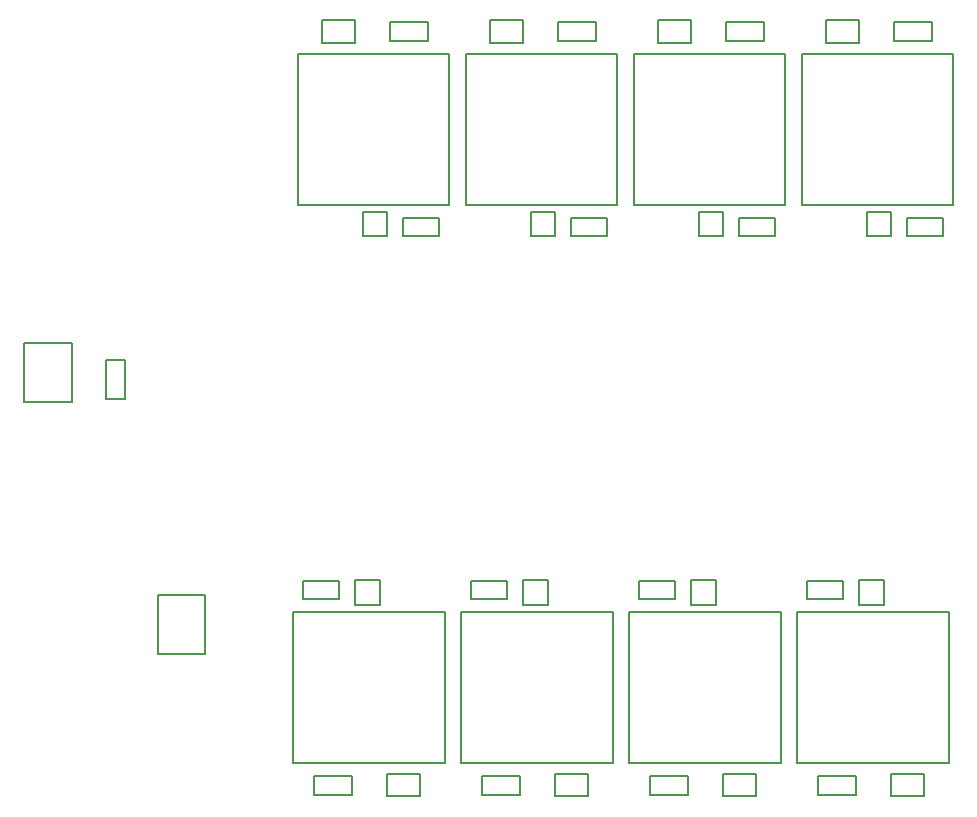
<source format=gbr>
G04*
G04 #@! TF.GenerationSoftware,Altium Limited,Altium Designer,24.0.1 (36)*
G04*
G04 Layer_Color=16711935*
%FSLAX25Y25*%
%MOIN*%
G70*
G04*
G04 #@! TF.SameCoordinates,A2E01C4A-C41F-4235-85C4-DC12FCC8AE1E*
G04*
G04*
G04 #@! TF.FilePolarity,Positive*
G04*
G01*
G75*
%ADD11C,0.00787*%
D11*
X371690Y404917D02*
Y411019D01*
Y404917D02*
X383895D01*
Y411019D01*
X371690D02*
X383895D01*
X358311Y404851D02*
Y413119D01*
Y404851D02*
X366578D01*
Y413119D01*
X358311D02*
X366578D01*
X336652Y465802D02*
X387046D01*
X336652Y415408D02*
Y465802D01*
Y415408D02*
X387046D01*
Y465802D01*
X355861Y469365D02*
Y476845D01*
X344837D02*
X355861D01*
X344837Y469365D02*
Y476845D01*
Y469365D02*
X355861D01*
X367550Y469955D02*
Y476255D01*
Y469955D02*
X380148D01*
Y476255D01*
X367550D02*
X380148D01*
X539690Y411019D02*
X551895D01*
Y404917D02*
Y411019D01*
X539690Y404917D02*
X551895D01*
X539690D02*
Y411019D01*
X526311Y413119D02*
X534578D01*
Y404851D02*
Y413119D01*
X526311Y404851D02*
X534578D01*
X526311D02*
Y413119D01*
X504652Y465802D02*
X555046D01*
X504652Y415408D02*
Y465802D01*
Y415408D02*
X555046D01*
Y465802D01*
X512837Y469365D02*
X523861D01*
X512837D02*
Y476845D01*
X523861D01*
Y469365D02*
Y476845D01*
X535550Y476255D02*
X548148D01*
Y469955D02*
Y476255D01*
X535550Y469955D02*
X548148D01*
X535550D02*
Y476255D01*
X394430Y284017D02*
X406635D01*
X394430D02*
Y290119D01*
X406635D01*
Y284017D02*
Y290119D01*
X338430Y284017D02*
X350635D01*
X338430D02*
Y290119D01*
X350635D01*
Y284017D02*
Y290119D01*
X355747Y281918D02*
X364014D01*
X355747D02*
Y290185D01*
X364014D01*
Y281918D02*
Y290185D01*
X335279Y229234D02*
Y279628D01*
X385673D01*
Y229234D02*
Y279628D01*
X335279Y229234D02*
X385673D01*
X366464Y225671D02*
X377488D01*
Y218191D02*
Y225671D01*
X366464Y218191D02*
X377488D01*
X366464D02*
Y225671D01*
X342177Y218781D02*
X354775D01*
X342177D02*
Y225081D01*
X354775D01*
Y218781D02*
Y225081D01*
X427690Y411019D02*
X439895D01*
Y404917D02*
Y411019D01*
X427690Y404917D02*
X439895D01*
X427690D02*
Y411019D01*
X423550Y476255D02*
X436148D01*
Y469955D02*
Y476255D01*
X423550Y469955D02*
X436148D01*
X423550D02*
Y476255D01*
X411861Y469365D02*
Y476845D01*
X400837D02*
X411861D01*
X400837Y469365D02*
Y476845D01*
Y469365D02*
X411861D01*
X467861D02*
Y476845D01*
X456837D02*
X467861D01*
X456837Y469365D02*
Y476845D01*
Y469365D02*
X467861D01*
X534464Y218191D02*
Y225671D01*
Y218191D02*
X545488D01*
Y225671D01*
X534464D02*
X545488D01*
X478464Y218191D02*
Y225671D01*
Y218191D02*
X489488D01*
Y225671D01*
X478464D02*
X489488D01*
X422464Y218191D02*
Y225671D01*
Y218191D02*
X433488D01*
Y225671D01*
X422464D02*
X433488D01*
X483690Y404917D02*
Y411019D01*
Y404917D02*
X495895D01*
Y411019D01*
X483690D02*
X495895D01*
X518635Y284017D02*
Y290119D01*
X506430D02*
X518635D01*
X506430Y284017D02*
Y290119D01*
Y284017D02*
X518635D01*
X462635D02*
Y290119D01*
X450430D02*
X462635D01*
X450430Y284017D02*
Y290119D01*
Y284017D02*
X462635D01*
X479550Y469955D02*
Y476255D01*
Y469955D02*
X492148D01*
Y476255D01*
X479550D02*
X492148D01*
X522775Y218781D02*
Y225081D01*
X510177D02*
X522775D01*
X510177Y218781D02*
Y225081D01*
Y218781D02*
X522775D01*
X466775D02*
Y225081D01*
X454177D02*
X466775D01*
X454177Y218781D02*
Y225081D01*
Y218781D02*
X466775D01*
X410775D02*
Y225081D01*
X398177D02*
X410775D01*
X398177Y218781D02*
Y225081D01*
Y218781D02*
X410775D01*
X392652Y465802D02*
X443046D01*
X392652Y415408D02*
Y465802D01*
Y415408D02*
X443046D01*
Y465802D01*
X414311Y404851D02*
Y413119D01*
Y404851D02*
X422578D01*
Y413119D01*
X414311D02*
X422578D01*
X448652Y465802D02*
X499046D01*
X448652Y415408D02*
Y465802D01*
Y415408D02*
X499046D01*
Y465802D01*
X470311Y404851D02*
Y413119D01*
Y404851D02*
X478578D01*
Y413119D01*
X470311D02*
X478578D01*
X503279Y229234D02*
X553673D01*
Y279628D01*
X503279D02*
X553673D01*
X503279Y229234D02*
Y279628D01*
X532014Y281918D02*
Y290185D01*
X523746D02*
X532014D01*
X523746Y281918D02*
Y290185D01*
Y281918D02*
X532014D01*
X447279Y229234D02*
X497673D01*
Y279628D01*
X447279D02*
X497673D01*
X447279Y229234D02*
Y279628D01*
X476014Y281918D02*
Y290185D01*
X467746D02*
X476014D01*
X467746Y281918D02*
Y290185D01*
Y281918D02*
X476014D01*
X391279Y229234D02*
X441673D01*
Y279628D01*
X391279D02*
X441673D01*
X391279Y229234D02*
Y279628D01*
X420014Y281918D02*
Y290185D01*
X411747D02*
X420014D01*
X411747Y281918D02*
Y290185D01*
Y281918D02*
X420014D01*
X290152Y265701D02*
X305848D01*
X290152D02*
Y285299D01*
X305848D01*
Y265701D02*
Y285299D01*
X272850Y350504D02*
Y363496D01*
X279150D01*
Y350504D02*
Y363496D01*
X272850Y350504D02*
X279150D01*
X261374Y349658D02*
Y369342D01*
X245626D02*
X261374D01*
X245626Y349658D02*
Y369342D01*
Y349658D02*
X261374D01*
M02*

</source>
